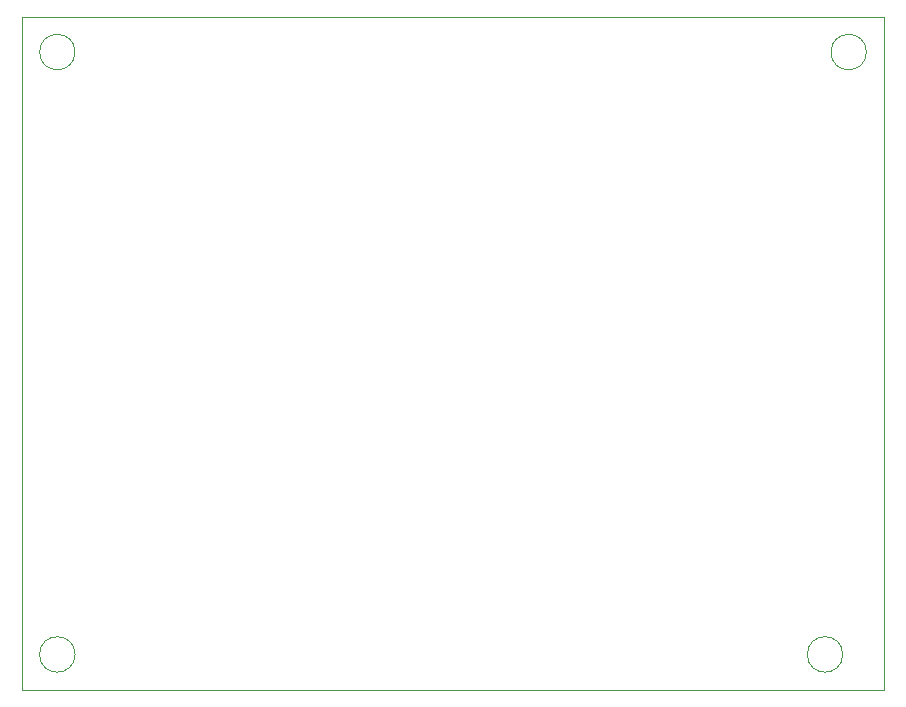
<source format=gbr>
%TF.GenerationSoftware,KiCad,Pcbnew,9.0.3*%
%TF.CreationDate,2025-07-12T13:39:52+12:00*%
%TF.ProjectId,RemiRAT,52656d69-5241-4542-9e6b-696361645f70,rev?*%
%TF.SameCoordinates,Original*%
%TF.FileFunction,Profile,NP*%
%FSLAX46Y46*%
G04 Gerber Fmt 4.6, Leading zero omitted, Abs format (unit mm)*
G04 Created by KiCad (PCBNEW 9.0.3) date 2025-07-12 13:39:52*
%MOMM*%
%LPD*%
G01*
G04 APERTURE LIST*
%TA.AperFunction,Profile*%
%ADD10C,0.050000*%
%TD*%
G04 APERTURE END LIST*
D10*
X121500000Y-118000000D02*
G75*
G02*
X118500000Y-118000000I-1500000J0D01*
G01*
X118500000Y-118000000D02*
G75*
G02*
X121500000Y-118000000I1500000J0D01*
G01*
X117000000Y-64000000D02*
X190000000Y-64000000D01*
X190000000Y-121000000D01*
X117000000Y-121000000D01*
X117000000Y-64000000D01*
X121500000Y-67000000D02*
G75*
G02*
X118500000Y-67000000I-1500000J0D01*
G01*
X118500000Y-67000000D02*
G75*
G02*
X121500000Y-67000000I1500000J0D01*
G01*
X186500000Y-118000000D02*
G75*
G02*
X183500000Y-118000000I-1500000J0D01*
G01*
X183500000Y-118000000D02*
G75*
G02*
X186500000Y-118000000I1500000J0D01*
G01*
X188500000Y-67000000D02*
G75*
G02*
X185500000Y-67000000I-1500000J0D01*
G01*
X185500000Y-67000000D02*
G75*
G02*
X188500000Y-67000000I1500000J0D01*
G01*
M02*

</source>
